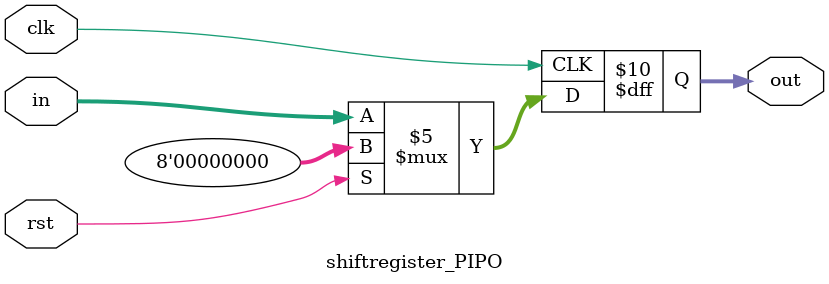
<source format=v>
module shiftregister_PIPO #(parameter width=8)(clk,rst,in,out);
input clk,rst;
input [width-1:0] in;
output reg [width-1:0]out;    //parallel out output.
reg [width-1:0]k;    //Register
initial k='b0;     //Initially register contents are set to 0.
always @(posedge clk)
begin
	if(rst==1'b1)
	begin
		k<='b0;
		out<='b0;
	end
	else   
	begin
		k<=in;
		out<=in;
	end
end
endmodule 
		
		
</source>
